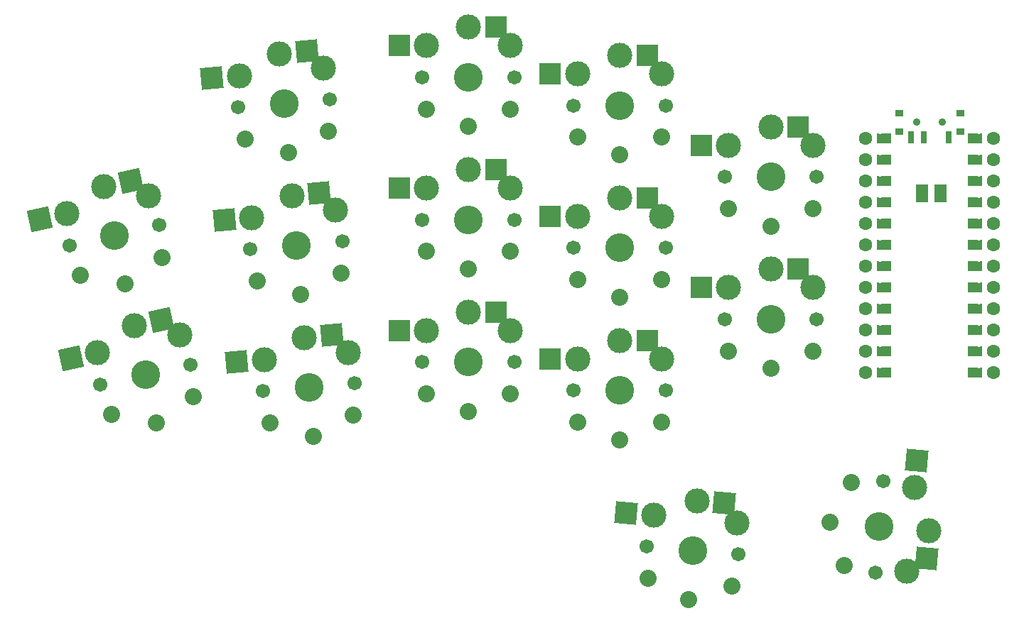
<source format=gbr>
G04 #@! TF.GenerationSoftware,KiCad,Pcbnew,6.0.0-d3dd2cf0fa~116~ubuntu20.04.1*
G04 #@! TF.CreationDate,2022-01-05T23:59:27-05:00*
G04 #@! TF.ProjectId,30_hs,33305f68-732e-46b6-9963-61645f706362,0.1*
G04 #@! TF.SameCoordinates,Original*
G04 #@! TF.FileFunction,Soldermask,Top*
G04 #@! TF.FilePolarity,Negative*
%FSLAX46Y46*%
G04 Gerber Fmt 4.6, Leading zero omitted, Abs format (unit mm)*
G04 Created by KiCad (PCBNEW 6.0.0-d3dd2cf0fa~116~ubuntu20.04.1) date 2022-01-05 23:59:27*
%MOMM*%
%LPD*%
G01*
G04 APERTURE LIST*
G04 Aperture macros list*
%AMRotRect*
0 Rectangle, with rotation*
0 The origin of the aperture is its center*
0 $1 length*
0 $2 width*
0 $3 Rotation angle, in degrees counterclockwise*
0 Add horizontal line*
21,1,$1,$2,0,0,$3*%
%AMFreePoly0*
4,1,6,0.600000,0.200000,0.000000,-0.400000,-0.600000,0.200000,-0.600000,0.400000,0.600000,0.400000,0.600000,0.200000,0.600000,0.200000,$1*%
%AMFreePoly1*
4,1,6,0.600000,-0.250000,-0.600000,-0.250000,-0.600000,1.000000,0.000000,0.400000,0.600000,1.000000,0.600000,-0.250000,0.600000,-0.250000,$1*%
G04 Aperture macros list end*
%ADD10C,0.100000*%
%ADD11C,3.000000*%
%ADD12C,1.701800*%
%ADD13C,3.429000*%
%ADD14RotRect,2.600000X2.600000X12.500000*%
%ADD15C,2.032000*%
%ADD16RotRect,2.600000X2.600000X5.000000*%
%ADD17R,2.600000X2.600000*%
%ADD18RotRect,2.600000X2.600000X355.000000*%
%ADD19RotRect,2.600000X2.600000X265.000000*%
%ADD20C,1.600000*%
%ADD21FreePoly0,90.000000*%
%ADD22FreePoly0,270.000000*%
%ADD23FreePoly1,270.000000*%
%ADD24FreePoly1,90.000000*%
%ADD25C,0.900000*%
G04 APERTURE END LIST*
D10*
X133923000Y-69866000D02*
X133923000Y-71866000D01*
X133923000Y-71866000D02*
X132523000Y-71866000D01*
X132523000Y-71866000D02*
X132523000Y-69866000D01*
X132523000Y-69866000D02*
X133923000Y-69866000D01*
G36*
X133923000Y-71866000D02*
G01*
X132523000Y-71866000D01*
X132523000Y-69866000D01*
X133923000Y-69866000D01*
X133923000Y-71866000D01*
G37*
X133923000Y-71866000D02*
X132523000Y-71866000D01*
X132523000Y-69866000D01*
X133923000Y-69866000D01*
X133923000Y-71866000D01*
X136121558Y-69866000D02*
X136121558Y-71866000D01*
X136121558Y-71866000D02*
X134721558Y-71866000D01*
X134721558Y-71866000D02*
X134721558Y-69866000D01*
X134721558Y-69866000D02*
X136121558Y-69866000D01*
G36*
X136121558Y-71866000D02*
G01*
X134721558Y-71866000D01*
X134721558Y-69866000D01*
X136121558Y-69866000D01*
X136121558Y-71866000D01*
G37*
X136121558Y-71866000D02*
X134721558Y-71866000D01*
X134721558Y-69866000D01*
X136121558Y-69866000D01*
X136121558Y-71866000D01*
X129059009Y-63826446D02*
X129059009Y-64842446D01*
X129059009Y-64842446D02*
X128043009Y-64842446D01*
X128043009Y-64842446D02*
X128043009Y-63826446D01*
X128043009Y-63826446D02*
X129059009Y-63826446D01*
G36*
X129059009Y-64842446D02*
G01*
X128043009Y-64842446D01*
X128043009Y-63826446D01*
X129059009Y-63826446D01*
X129059009Y-64842446D01*
G37*
X129059009Y-64842446D02*
X128043009Y-64842446D01*
X128043009Y-63826446D01*
X129059009Y-63826446D01*
X129059009Y-64842446D01*
X129059009Y-76526446D02*
X129059009Y-77542446D01*
X129059009Y-77542446D02*
X128043009Y-77542446D01*
X128043009Y-77542446D02*
X128043009Y-76526446D01*
X128043009Y-76526446D02*
X129059009Y-76526446D01*
G36*
X129059009Y-77542446D02*
G01*
X128043009Y-77542446D01*
X128043009Y-76526446D01*
X129059009Y-76526446D01*
X129059009Y-77542446D01*
G37*
X129059009Y-77542446D02*
X128043009Y-77542446D01*
X128043009Y-76526446D01*
X129059009Y-76526446D01*
X129059009Y-77542446D01*
X129059009Y-71446446D02*
X129059009Y-72462446D01*
X129059009Y-72462446D02*
X128043009Y-72462446D01*
X128043009Y-72462446D02*
X128043009Y-71446446D01*
X128043009Y-71446446D02*
X129059009Y-71446446D01*
G36*
X129059009Y-72462446D02*
G01*
X128043009Y-72462446D01*
X128043009Y-71446446D01*
X129059009Y-71446446D01*
X129059009Y-72462446D01*
G37*
X129059009Y-72462446D02*
X128043009Y-72462446D01*
X128043009Y-71446446D01*
X129059009Y-71446446D01*
X129059009Y-72462446D01*
X139219009Y-64842446D02*
X139219009Y-63826446D01*
X139219009Y-63826446D02*
X140235009Y-63826446D01*
X140235009Y-63826446D02*
X140235009Y-64842446D01*
X140235009Y-64842446D02*
X139219009Y-64842446D01*
G36*
X140235009Y-64842446D02*
G01*
X139219009Y-64842446D01*
X139219009Y-63826446D01*
X140235009Y-63826446D01*
X140235009Y-64842446D01*
G37*
X140235009Y-64842446D02*
X139219009Y-64842446D01*
X139219009Y-63826446D01*
X140235009Y-63826446D01*
X140235009Y-64842446D01*
X139219009Y-80082446D02*
X139219009Y-79066446D01*
X139219009Y-79066446D02*
X140235009Y-79066446D01*
X140235009Y-79066446D02*
X140235009Y-80082446D01*
X140235009Y-80082446D02*
X139219009Y-80082446D01*
G36*
X140235009Y-80082446D02*
G01*
X139219009Y-80082446D01*
X139219009Y-79066446D01*
X140235009Y-79066446D01*
X140235009Y-80082446D01*
G37*
X140235009Y-80082446D02*
X139219009Y-80082446D01*
X139219009Y-79066446D01*
X140235009Y-79066446D01*
X140235009Y-80082446D01*
X129059009Y-79066446D02*
X129059009Y-80082446D01*
X129059009Y-80082446D02*
X128043009Y-80082446D01*
X128043009Y-80082446D02*
X128043009Y-79066446D01*
X128043009Y-79066446D02*
X129059009Y-79066446D01*
G36*
X129059009Y-80082446D02*
G01*
X128043009Y-80082446D01*
X128043009Y-79066446D01*
X129059009Y-79066446D01*
X129059009Y-80082446D01*
G37*
X129059009Y-80082446D02*
X128043009Y-80082446D01*
X128043009Y-79066446D01*
X129059009Y-79066446D01*
X129059009Y-80082446D01*
X139219009Y-85162446D02*
X139219009Y-84146446D01*
X139219009Y-84146446D02*
X140235009Y-84146446D01*
X140235009Y-84146446D02*
X140235009Y-85162446D01*
X140235009Y-85162446D02*
X139219009Y-85162446D01*
G36*
X140235009Y-85162446D02*
G01*
X139219009Y-85162446D01*
X139219009Y-84146446D01*
X140235009Y-84146446D01*
X140235009Y-85162446D01*
G37*
X140235009Y-85162446D02*
X139219009Y-85162446D01*
X139219009Y-84146446D01*
X140235009Y-84146446D01*
X140235009Y-85162446D01*
X139219009Y-77542446D02*
X139219009Y-76526446D01*
X139219009Y-76526446D02*
X140235009Y-76526446D01*
X140235009Y-76526446D02*
X140235009Y-77542446D01*
X140235009Y-77542446D02*
X139219009Y-77542446D01*
G36*
X140235009Y-77542446D02*
G01*
X139219009Y-77542446D01*
X139219009Y-76526446D01*
X140235009Y-76526446D01*
X140235009Y-77542446D01*
G37*
X140235009Y-77542446D02*
X139219009Y-77542446D01*
X139219009Y-76526446D01*
X140235009Y-76526446D01*
X140235009Y-77542446D01*
X129059009Y-84146446D02*
X129059009Y-85162446D01*
X129059009Y-85162446D02*
X128043009Y-85162446D01*
X128043009Y-85162446D02*
X128043009Y-84146446D01*
X128043009Y-84146446D02*
X129059009Y-84146446D01*
G36*
X129059009Y-85162446D02*
G01*
X128043009Y-85162446D01*
X128043009Y-84146446D01*
X129059009Y-84146446D01*
X129059009Y-85162446D01*
G37*
X129059009Y-85162446D02*
X128043009Y-85162446D01*
X128043009Y-84146446D01*
X129059009Y-84146446D01*
X129059009Y-85162446D01*
X129059009Y-66366446D02*
X129059009Y-67382446D01*
X129059009Y-67382446D02*
X128043009Y-67382446D01*
X128043009Y-67382446D02*
X128043009Y-66366446D01*
X128043009Y-66366446D02*
X129059009Y-66366446D01*
G36*
X129059009Y-67382446D02*
G01*
X128043009Y-67382446D01*
X128043009Y-66366446D01*
X129059009Y-66366446D01*
X129059009Y-67382446D01*
G37*
X129059009Y-67382446D02*
X128043009Y-67382446D01*
X128043009Y-66366446D01*
X129059009Y-66366446D01*
X129059009Y-67382446D01*
X139219009Y-69922446D02*
X139219009Y-68906446D01*
X139219009Y-68906446D02*
X140235009Y-68906446D01*
X140235009Y-68906446D02*
X140235009Y-69922446D01*
X140235009Y-69922446D02*
X139219009Y-69922446D01*
G36*
X140235009Y-69922446D02*
G01*
X139219009Y-69922446D01*
X139219009Y-68906446D01*
X140235009Y-68906446D01*
X140235009Y-69922446D01*
G37*
X140235009Y-69922446D02*
X139219009Y-69922446D01*
X139219009Y-68906446D01*
X140235009Y-68906446D01*
X140235009Y-69922446D01*
X129059009Y-81606446D02*
X129059009Y-82622446D01*
X129059009Y-82622446D02*
X128043009Y-82622446D01*
X128043009Y-82622446D02*
X128043009Y-81606446D01*
X128043009Y-81606446D02*
X129059009Y-81606446D01*
G36*
X129059009Y-82622446D02*
G01*
X128043009Y-82622446D01*
X128043009Y-81606446D01*
X129059009Y-81606446D01*
X129059009Y-82622446D01*
G37*
X129059009Y-82622446D02*
X128043009Y-82622446D01*
X128043009Y-81606446D01*
X129059009Y-81606446D01*
X129059009Y-82622446D01*
X139219009Y-75002446D02*
X139219009Y-73986446D01*
X139219009Y-73986446D02*
X140235009Y-73986446D01*
X140235009Y-73986446D02*
X140235009Y-75002446D01*
X140235009Y-75002446D02*
X139219009Y-75002446D01*
G36*
X140235009Y-75002446D02*
G01*
X139219009Y-75002446D01*
X139219009Y-73986446D01*
X140235009Y-73986446D01*
X140235009Y-75002446D01*
G37*
X140235009Y-75002446D02*
X139219009Y-75002446D01*
X139219009Y-73986446D01*
X140235009Y-73986446D01*
X140235009Y-75002446D01*
X129059009Y-68906446D02*
X129059009Y-69922446D01*
X129059009Y-69922446D02*
X128043009Y-69922446D01*
X128043009Y-69922446D02*
X128043009Y-68906446D01*
X128043009Y-68906446D02*
X129059009Y-68906446D01*
G36*
X129059009Y-69922446D02*
G01*
X128043009Y-69922446D01*
X128043009Y-68906446D01*
X129059009Y-68906446D01*
X129059009Y-69922446D01*
G37*
X129059009Y-69922446D02*
X128043009Y-69922446D01*
X128043009Y-68906446D01*
X129059009Y-68906446D01*
X129059009Y-69922446D01*
X129059009Y-89226446D02*
X129059009Y-90242446D01*
X129059009Y-90242446D02*
X128043009Y-90242446D01*
X128043009Y-90242446D02*
X128043009Y-89226446D01*
X128043009Y-89226446D02*
X129059009Y-89226446D01*
G36*
X129059009Y-90242446D02*
G01*
X128043009Y-90242446D01*
X128043009Y-89226446D01*
X129059009Y-89226446D01*
X129059009Y-90242446D01*
G37*
X129059009Y-90242446D02*
X128043009Y-90242446D01*
X128043009Y-89226446D01*
X129059009Y-89226446D01*
X129059009Y-90242446D01*
X139219009Y-67382446D02*
X139219009Y-66366446D01*
X139219009Y-66366446D02*
X140235009Y-66366446D01*
X140235009Y-66366446D02*
X140235009Y-67382446D01*
X140235009Y-67382446D02*
X139219009Y-67382446D01*
G36*
X140235009Y-67382446D02*
G01*
X139219009Y-67382446D01*
X139219009Y-66366446D01*
X140235009Y-66366446D01*
X140235009Y-67382446D01*
G37*
X140235009Y-67382446D02*
X139219009Y-67382446D01*
X139219009Y-66366446D01*
X140235009Y-66366446D01*
X140235009Y-67382446D01*
X139219009Y-87702446D02*
X139219009Y-86686446D01*
X139219009Y-86686446D02*
X140235009Y-86686446D01*
X140235009Y-86686446D02*
X140235009Y-87702446D01*
X140235009Y-87702446D02*
X139219009Y-87702446D01*
G36*
X140235009Y-87702446D02*
G01*
X139219009Y-87702446D01*
X139219009Y-86686446D01*
X140235009Y-86686446D01*
X140235009Y-87702446D01*
G37*
X140235009Y-87702446D02*
X139219009Y-87702446D01*
X139219009Y-86686446D01*
X140235009Y-86686446D01*
X140235009Y-87702446D01*
X139219009Y-92782446D02*
X139219009Y-91766446D01*
X139219009Y-91766446D02*
X140235009Y-91766446D01*
X140235009Y-91766446D02*
X140235009Y-92782446D01*
X140235009Y-92782446D02*
X139219009Y-92782446D01*
G36*
X140235009Y-92782446D02*
G01*
X139219009Y-92782446D01*
X139219009Y-91766446D01*
X140235009Y-91766446D01*
X140235009Y-92782446D01*
G37*
X140235009Y-92782446D02*
X139219009Y-92782446D01*
X139219009Y-91766446D01*
X140235009Y-91766446D01*
X140235009Y-92782446D01*
X139219009Y-82622446D02*
X139219009Y-81606446D01*
X139219009Y-81606446D02*
X140235009Y-81606446D01*
X140235009Y-81606446D02*
X140235009Y-82622446D01*
X140235009Y-82622446D02*
X139219009Y-82622446D01*
G36*
X140235009Y-82622446D02*
G01*
X139219009Y-82622446D01*
X139219009Y-81606446D01*
X140235009Y-81606446D01*
X140235009Y-82622446D01*
G37*
X140235009Y-82622446D02*
X139219009Y-82622446D01*
X139219009Y-81606446D01*
X140235009Y-81606446D01*
X140235009Y-82622446D01*
X129059009Y-91766446D02*
X129059009Y-92782446D01*
X129059009Y-92782446D02*
X128043009Y-92782446D01*
X128043009Y-92782446D02*
X128043009Y-91766446D01*
X128043009Y-91766446D02*
X129059009Y-91766446D01*
G36*
X129059009Y-92782446D02*
G01*
X128043009Y-92782446D01*
X128043009Y-91766446D01*
X129059009Y-91766446D01*
X129059009Y-92782446D01*
G37*
X129059009Y-92782446D02*
X128043009Y-92782446D01*
X128043009Y-91766446D01*
X129059009Y-91766446D01*
X129059009Y-92782446D01*
X139219009Y-90242446D02*
X139219009Y-89226446D01*
X139219009Y-89226446D02*
X140235009Y-89226446D01*
X140235009Y-89226446D02*
X140235009Y-90242446D01*
X140235009Y-90242446D02*
X139219009Y-90242446D01*
G36*
X140235009Y-90242446D02*
G01*
X139219009Y-90242446D01*
X139219009Y-89226446D01*
X140235009Y-89226446D01*
X140235009Y-90242446D01*
G37*
X140235009Y-90242446D02*
X139219009Y-90242446D01*
X139219009Y-89226446D01*
X140235009Y-89226446D01*
X140235009Y-90242446D01*
X139219009Y-72462446D02*
X139219009Y-71446446D01*
X139219009Y-71446446D02*
X140235009Y-71446446D01*
X140235009Y-71446446D02*
X140235009Y-72462446D01*
X140235009Y-72462446D02*
X139219009Y-72462446D01*
G36*
X140235009Y-72462446D02*
G01*
X139219009Y-72462446D01*
X139219009Y-71446446D01*
X140235009Y-71446446D01*
X140235009Y-72462446D01*
G37*
X140235009Y-72462446D02*
X139219009Y-72462446D01*
X139219009Y-71446446D01*
X140235009Y-71446446D01*
X140235009Y-72462446D01*
X129059009Y-86686446D02*
X129059009Y-87702446D01*
X129059009Y-87702446D02*
X128043009Y-87702446D01*
X128043009Y-87702446D02*
X128043009Y-86686446D01*
X128043009Y-86686446D02*
X129059009Y-86686446D01*
G36*
X129059009Y-87702446D02*
G01*
X128043009Y-87702446D01*
X128043009Y-86686446D01*
X129059009Y-86686446D01*
X129059009Y-87702446D01*
G37*
X129059009Y-87702446D02*
X128043009Y-87702446D01*
X128043009Y-86686446D01*
X129059009Y-86686446D01*
X129059009Y-87702446D01*
X129059009Y-73986446D02*
X129059009Y-75002446D01*
X129059009Y-75002446D02*
X128043009Y-75002446D01*
X128043009Y-75002446D02*
X128043009Y-73986446D01*
X128043009Y-73986446D02*
X129059009Y-73986446D01*
G36*
X129059009Y-75002446D02*
G01*
X128043009Y-75002446D01*
X128043009Y-73986446D01*
X129059009Y-73986446D01*
X129059009Y-75002446D01*
G37*
X129059009Y-75002446D02*
X128043009Y-75002446D01*
X128043009Y-73986446D01*
X129059009Y-73986446D01*
X129059009Y-75002446D01*
X136697486Y-63491256D02*
X136697486Y-64891256D01*
X136697486Y-64891256D02*
X136097486Y-64891256D01*
X136097486Y-64891256D02*
X136097486Y-63491256D01*
X136097486Y-63491256D02*
X136697486Y-63491256D01*
G36*
X136697486Y-64891256D02*
G01*
X136097486Y-64891256D01*
X136097486Y-63491256D01*
X136697486Y-63491256D01*
X136697486Y-64891256D01*
G37*
X136697486Y-64891256D02*
X136097486Y-64891256D01*
X136097486Y-63491256D01*
X136697486Y-63491256D01*
X136697486Y-64891256D01*
X130947486Y-60991256D02*
X130947486Y-61691256D01*
X130947486Y-61691256D02*
X130047486Y-61691256D01*
X130047486Y-61691256D02*
X130047486Y-60991256D01*
X130047486Y-60991256D02*
X130947486Y-60991256D01*
G36*
X130947486Y-61691256D02*
G01*
X130047486Y-61691256D01*
X130047486Y-60991256D01*
X130947486Y-60991256D01*
X130947486Y-61691256D01*
G37*
X130947486Y-61691256D02*
X130047486Y-61691256D01*
X130047486Y-60991256D01*
X130947486Y-60991256D01*
X130947486Y-61691256D01*
X133697486Y-63491256D02*
X133697486Y-64891256D01*
X133697486Y-64891256D02*
X133097486Y-64891256D01*
X133097486Y-64891256D02*
X133097486Y-63491256D01*
X133097486Y-63491256D02*
X133697486Y-63491256D01*
G36*
X133697486Y-64891256D02*
G01*
X133097486Y-64891256D01*
X133097486Y-63491256D01*
X133697486Y-63491256D01*
X133697486Y-64891256D01*
G37*
X133697486Y-64891256D02*
X133097486Y-64891256D01*
X133097486Y-63491256D01*
X133697486Y-63491256D01*
X133697486Y-64891256D01*
X138247486Y-63191256D02*
X138247486Y-63891256D01*
X138247486Y-63891256D02*
X137347486Y-63891256D01*
X137347486Y-63891256D02*
X137347486Y-63191256D01*
X137347486Y-63191256D02*
X138247486Y-63191256D01*
G36*
X138247486Y-63891256D02*
G01*
X137347486Y-63891256D01*
X137347486Y-63191256D01*
X138247486Y-63191256D01*
X138247486Y-63891256D01*
G37*
X138247486Y-63891256D02*
X137347486Y-63891256D01*
X137347486Y-63191256D01*
X138247486Y-63191256D01*
X138247486Y-63891256D01*
X138247486Y-60991256D02*
X138247486Y-61691256D01*
X138247486Y-61691256D02*
X137347486Y-61691256D01*
X137347486Y-61691256D02*
X137347486Y-60991256D01*
X137347486Y-60991256D02*
X138247486Y-60991256D01*
G36*
X138247486Y-61691256D02*
G01*
X137347486Y-61691256D01*
X137347486Y-60991256D01*
X138247486Y-60991256D01*
X138247486Y-61691256D01*
G37*
X138247486Y-61691256D02*
X137347486Y-61691256D01*
X137347486Y-60991256D01*
X138247486Y-60991256D01*
X138247486Y-61691256D01*
X132197486Y-63491256D02*
X132197486Y-64891256D01*
X132197486Y-64891256D02*
X131597486Y-64891256D01*
X131597486Y-64891256D02*
X131597486Y-63491256D01*
X131597486Y-63491256D02*
X132197486Y-63491256D01*
G36*
X132197486Y-64891256D02*
G01*
X131597486Y-64891256D01*
X131597486Y-63491256D01*
X132197486Y-63491256D01*
X132197486Y-64891256D01*
G37*
X132197486Y-64891256D02*
X131597486Y-64891256D01*
X131597486Y-63491256D01*
X132197486Y-63491256D01*
X132197486Y-64891256D01*
X130947486Y-63191256D02*
X130947486Y-63891256D01*
X130947486Y-63891256D02*
X130047486Y-63891256D01*
X130047486Y-63891256D02*
X130047486Y-63191256D01*
X130047486Y-63191256D02*
X130947486Y-63191256D01*
G36*
X130947486Y-63891256D02*
G01*
X130047486Y-63891256D01*
X130047486Y-63191256D01*
X130947486Y-63191256D01*
X130947486Y-63891256D01*
G37*
X130947486Y-63891256D02*
X130047486Y-63891256D01*
X130047486Y-63191256D01*
X130947486Y-63191256D01*
X130947486Y-63891256D01*
D11*
X35756765Y-70114767D03*
D12*
X42414209Y-74733310D03*
D11*
X41114412Y-71180420D03*
D12*
X31674953Y-77114146D03*
D11*
X31351452Y-73344816D03*
D13*
X37044581Y-75923728D03*
D14*
X38954135Y-69405927D03*
D15*
X38321575Y-81683874D03*
X32985571Y-80715851D03*
X42748532Y-78551455D03*
D14*
X28154083Y-74053656D03*
D12*
X51759789Y-60669942D03*
D11*
X61892999Y-56019076D03*
X51931052Y-56890634D03*
D13*
X57238860Y-60190585D03*
D11*
X56720283Y-54263227D03*
D12*
X62717931Y-59711228D03*
D15*
X57753079Y-66068134D03*
D16*
X59982821Y-53977791D03*
D15*
X62551025Y-63540346D03*
X52589078Y-64411904D03*
D16*
X48668515Y-57176069D03*
D17*
X70955000Y-53308851D03*
D15*
X84230000Y-60858851D03*
X74230000Y-60858851D03*
X79230000Y-62958851D03*
D17*
X82505000Y-51108851D03*
D11*
X79230000Y-51108851D03*
D12*
X84730000Y-57058851D03*
D11*
X84230000Y-53308851D03*
D12*
X73730000Y-57058851D03*
D13*
X79230000Y-57058851D03*
D11*
X74230000Y-53308851D03*
D12*
X102733086Y-60427567D03*
D11*
X102233086Y-56677567D03*
D13*
X97233086Y-60427567D03*
D11*
X97233086Y-54477567D03*
D12*
X91733086Y-60427567D03*
D11*
X92233086Y-56677567D03*
D15*
X97233086Y-66327567D03*
D17*
X100508086Y-54477567D03*
D15*
X102233086Y-64227567D03*
X92233086Y-64227567D03*
D17*
X88958086Y-56677567D03*
D12*
X109733089Y-68927570D03*
D11*
X120233089Y-65177570D03*
D13*
X115233089Y-68927570D03*
D11*
X110233089Y-65177570D03*
X115233089Y-62977570D03*
D12*
X120733089Y-68927570D03*
D17*
X118508089Y-62977570D03*
D15*
X115233089Y-74827570D03*
X120233089Y-72727570D03*
X110233089Y-72727570D03*
D17*
X106958089Y-65177570D03*
D12*
X46093685Y-91330336D03*
X35354429Y-93711172D03*
D11*
X39436241Y-86711793D03*
X35030928Y-89941842D03*
D13*
X40724057Y-92520754D03*
D11*
X44793888Y-87777446D03*
D15*
X42001051Y-98280900D03*
D14*
X42633611Y-86002953D03*
D15*
X46428008Y-95148481D03*
D14*
X31833559Y-90650682D03*
D15*
X36665047Y-97312877D03*
D11*
X63374641Y-72954392D03*
X58201925Y-71198543D03*
D12*
X53241431Y-77605258D03*
D11*
X53412694Y-73825950D03*
D12*
X64199573Y-76646544D03*
D13*
X58720502Y-77125901D03*
D15*
X59234721Y-83003450D03*
D16*
X61464463Y-70913107D03*
D15*
X64032667Y-80475662D03*
X54070720Y-81347220D03*
D16*
X50150157Y-74111385D03*
D15*
X84230000Y-77858851D03*
D17*
X70955000Y-70308851D03*
D15*
X74230000Y-77858851D03*
X79230000Y-79958851D03*
D17*
X82505000Y-68108851D03*
D11*
X79230000Y-68108851D03*
X84230000Y-70308851D03*
D13*
X79230000Y-74058851D03*
D12*
X73730000Y-74058851D03*
X84730000Y-74058851D03*
D11*
X74230000Y-70308851D03*
D15*
X102233086Y-81227564D03*
X92233086Y-81227564D03*
D17*
X88958086Y-73677564D03*
X100508086Y-71477564D03*
D15*
X97233086Y-83327564D03*
D11*
X102233086Y-73677564D03*
X92233086Y-73677564D03*
D12*
X91733086Y-77427564D03*
D11*
X97233086Y-71477564D03*
D12*
X102733086Y-77427564D03*
D13*
X97233086Y-77427564D03*
D17*
X106958089Y-82177569D03*
D15*
X120233089Y-89727569D03*
X110233089Y-89727569D03*
X115233089Y-91827569D03*
D17*
X118508089Y-79977569D03*
D11*
X120233089Y-82177569D03*
X115233089Y-79977569D03*
D12*
X109733089Y-85927569D03*
X120733089Y-85927569D03*
D11*
X110233089Y-82177569D03*
D13*
X115233089Y-85927569D03*
D12*
X54723079Y-94540566D03*
D11*
X59683573Y-88133851D03*
X54894342Y-90761258D03*
D12*
X65681221Y-93581852D03*
D11*
X64856289Y-89889700D03*
D13*
X60202150Y-94061209D03*
D15*
X60716369Y-99938758D03*
D16*
X62946111Y-87848415D03*
D15*
X65514315Y-97410970D03*
X55552368Y-98282528D03*
D16*
X51631805Y-91046693D03*
D15*
X74230000Y-94858862D03*
X84230000Y-94858862D03*
D17*
X70955000Y-87308862D03*
X82505000Y-85108862D03*
D15*
X79230000Y-96958862D03*
D12*
X84730000Y-91058862D03*
D11*
X79230000Y-85108862D03*
D13*
X79230000Y-91058862D03*
D11*
X74230000Y-87308862D03*
D12*
X73730000Y-91058862D03*
D11*
X84230000Y-87308862D03*
D15*
X92233086Y-98227566D03*
X102233086Y-98227566D03*
D17*
X88958086Y-90677566D03*
D15*
X97233086Y-100327566D03*
D17*
X100508086Y-88477566D03*
D11*
X97233086Y-88477566D03*
D12*
X91733086Y-94427566D03*
D13*
X97233086Y-94427566D03*
D11*
X92233086Y-90677566D03*
D12*
X102733086Y-94427566D03*
D11*
X102233086Y-90677566D03*
D12*
X111404071Y-114004357D03*
D13*
X105925000Y-113525000D03*
D12*
X100445929Y-113045643D03*
D11*
X111232808Y-110225049D03*
X106443577Y-107597642D03*
X101270861Y-109353491D03*
D18*
X109706114Y-107883077D03*
D15*
X105410781Y-119402549D03*
X110574782Y-117746319D03*
X100612835Y-116874761D03*
D18*
X98008323Y-109068056D03*
D11*
X134101143Y-111221245D03*
X131473736Y-116010476D03*
X132345294Y-106048529D03*
D12*
X128653142Y-105223597D03*
X127694428Y-116181739D03*
D13*
X128173785Y-110702668D03*
D15*
X122296236Y-110188449D03*
D19*
X133815708Y-114483782D03*
D15*
X123952466Y-115352450D03*
X124824024Y-105390503D03*
D19*
X132630729Y-102785991D03*
D20*
X126519009Y-64334446D03*
X141759009Y-74494446D03*
D21*
X128297009Y-71954446D03*
D22*
X139981009Y-82114446D03*
D20*
X141759009Y-69414446D03*
X126519009Y-71954446D03*
X126519009Y-77034446D03*
D21*
X128297009Y-87194446D03*
X128297009Y-92274446D03*
D20*
X141759009Y-79574446D03*
D21*
X128297009Y-84654446D03*
D20*
X141759009Y-92274446D03*
D22*
X139981009Y-87194446D03*
D21*
X128297009Y-77034446D03*
X128297009Y-79574446D03*
D20*
X126519009Y-66874446D03*
X141759009Y-84654446D03*
D21*
X128297009Y-64334446D03*
D20*
X141759009Y-77034446D03*
X141759009Y-64334446D03*
D21*
X128297009Y-66874446D03*
X128297009Y-89734446D03*
D22*
X139981009Y-89734446D03*
D20*
X141759009Y-82114446D03*
X141759009Y-71954446D03*
X126519009Y-69414446D03*
D21*
X128297009Y-74494446D03*
D22*
X139981009Y-79574446D03*
D20*
X126519009Y-89734446D03*
X126519009Y-79574446D03*
D21*
X128297009Y-69414446D03*
D20*
X126519009Y-87194446D03*
D22*
X139981009Y-74494446D03*
D20*
X141759009Y-66874446D03*
D22*
X139981009Y-69414446D03*
D20*
X126519009Y-74494446D03*
D22*
X139981009Y-71954446D03*
D20*
X126519009Y-84654446D03*
D22*
X139981009Y-66874446D03*
D20*
X126519009Y-92274446D03*
D22*
X139981009Y-64334446D03*
D20*
X126519009Y-82114446D03*
D22*
X139981009Y-84654446D03*
D20*
X141759009Y-89734446D03*
D22*
X139981009Y-92274446D03*
D21*
X128297009Y-82114446D03*
D22*
X139981009Y-77034446D03*
D20*
X141759009Y-87194446D03*
D23*
X138965009Y-64334446D03*
X138965009Y-66874446D03*
X138965009Y-69414446D03*
X138965009Y-71954446D03*
X138965009Y-74494446D03*
X138965009Y-77034446D03*
X138965009Y-79574446D03*
X138965009Y-82114446D03*
X138965009Y-84654446D03*
X138965009Y-87194446D03*
X138965009Y-89734446D03*
X138965009Y-92274446D03*
D24*
X129313009Y-92274446D03*
X129313009Y-89734446D03*
X129313009Y-87194446D03*
X129313009Y-84654446D03*
X129313009Y-82114446D03*
X129313009Y-79574446D03*
X129313009Y-77034446D03*
X129313009Y-74494446D03*
X129313009Y-71954446D03*
X129313009Y-69414446D03*
X129313009Y-66874446D03*
X129313009Y-64334446D03*
D25*
X135647486Y-62441256D03*
X132647486Y-62441256D03*
X135647486Y-62441256D03*
X132647486Y-62441256D03*
M02*

</source>
